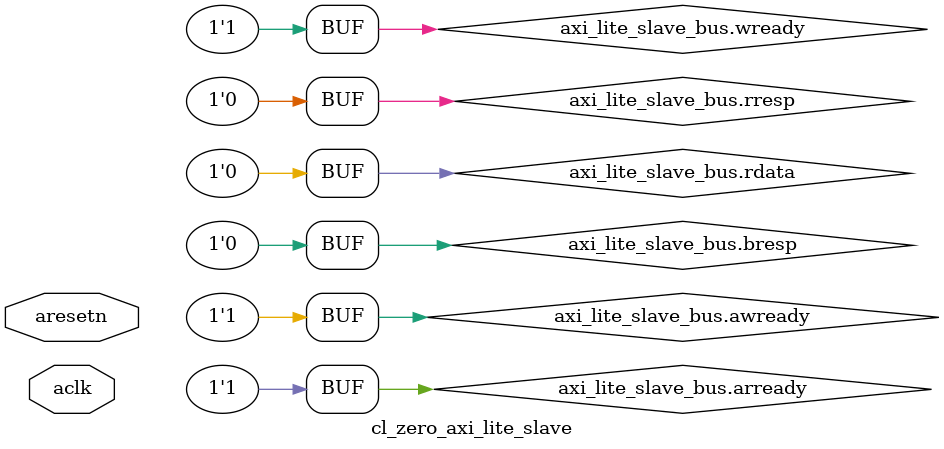
<source format=sv>

module cl_zero_axi_lite_slave (
    input logic aclk,
    input logic aresetn,
    axi_lite_if.slave axi_lite_slave_bus);

    // Write response (BVALID) register
    always_ff @(posedge aclk) begin
        if (!aresetn) begin
            axi_lite_slave_bus.bvalid <= 1'b0;
        end else begin
            if (axi_lite_slave_bus.awvalid) begin
                axi_lite_slave_bus.bvalid <= 1'b1;
            end
            else if (axi_lite_slave_bus.bvalid && axi_lite_slave_bus.bready) begin
                axi_lite_slave_bus.bvalid <= 1'b0;
            end
        end
    end

    // Always ready (so not to dead-lock the bus)
    // Writes are acknowledged but ignored
    assign axi_lite_slave_bus.awready = '1;
    assign axi_lite_slave_bus.wready  = '1;
    assign axi_lite_slave_bus.bresp   = '0;

    // Read response (RVALID) register
    always_ff @(posedge aclk) begin
        if (!aresetn) begin
            axi_lite_slave_bus.rvalid <= 1'b0;
        end else begin
            if (axi_lite_slave_bus.arvalid) begin
                axi_lite_slave_bus.rvalid <= 1'b1;
            end
            else if (axi_lite_slave_bus.rvalid && axi_lite_slave_bus.rready) begin
                axi_lite_slave_bus.rvalid <= 1'b0;
            end
        end
    end

    // Always ready (so not to dead-lock the bus)
    // Reads always give 0
    assign axi_lite_slave_bus.arready = '1;
    assign axi_lite_slave_bus.rdata   = '0;
    assign axi_lite_slave_bus.rresp   = '0;

    // Note : The write and read response could return SLVERR instead of OKAY,
    // but since this is a "zero" slave all reads return 0 and OKAY response.

endmodule // cl_zero_axi_lite_slave

</source>
